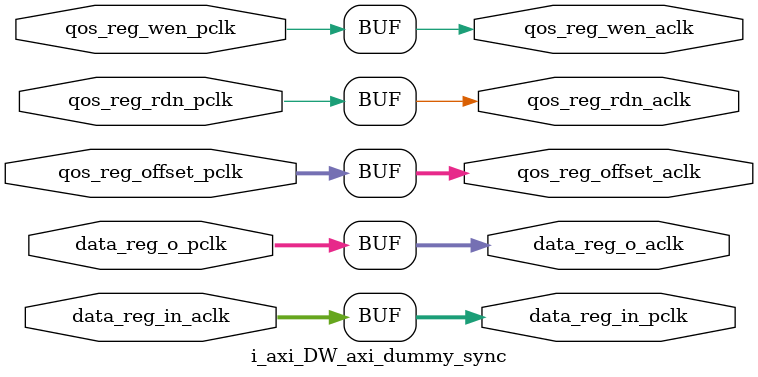
<source format=v>
/* ---------------------------------------------------------------------
**
// ------------------------------------------------------------------------------
// 
// Copyright 2001 - 2020 Synopsys, INC.
// 
// This Synopsys IP and all associated documentation are proprietary to
// Synopsys, Inc. and may only be used pursuant to the terms and conditions of a
// written license agreement with Synopsys, Inc. All other use, reproduction,
// modification, or distribution of the Synopsys IP or the associated
// documentation is strictly prohibited.
// 
// Component Name   : DW_axi
// Component Version: 4.04a
// Release Type     : GA
// ------------------------------------------------------------------------------

// 
// Release version :  4.04a
// File Version     :        $Revision: #4 $ 
// Revision: $Id: //dwh/DW_ocb/DW_axi/amba_dev/src/DW_axi_dummy_sync.v#4 $ 
**
** ---------------------------------------------------------------------
**
** File     : DW_axi_dummy_sync.v
//
//
** Created  : Thu Nov 17 13:27:47 MEST 2011
** Modified : $Date: 2020/03/22 $
** Abstract : Dummy module kept for CDC check purpose.
**            This module list all the signals corssing clock domain.
**            All the CDC signals are qualified by a qualifier (handshake mechanism)
**            hence synchronization is not required.
** ---------------------------------------------------------------------
*/

`include "DW_axi_all_includes.vh"

module i_axi_DW_axi_dummy_sync (
     data_reg_in_aclk,
     data_reg_o_pclk,
     qos_reg_wen_pclk,
     qos_reg_rdn_pclk,
     qos_reg_offset_pclk,
     data_reg_in_pclk,
     data_reg_o_aclk,
     qos_reg_wen_aclk,
     qos_reg_rdn_aclk,
     qos_reg_offset_aclk
     );

   //----------------------------------------------------
   //---Port declaraion-----------------
   //------------------------------------------------------
    input  [31:0]                     data_reg_in_aclk; // data reg 
    output [31:0]                     data_reg_o_aclk; 
    output                            qos_reg_wen_aclk; // qos register write enable 
    output                            qos_reg_rdn_aclk;  // qos register read enable
    output [7:0]                      qos_reg_offset_aclk; // qos registers offset
    output [31:0]                     data_reg_in_pclk; 
    input  [31:0]                     data_reg_o_pclk; 
    input                             qos_reg_wen_pclk; 
    input                             qos_reg_rdn_pclk; 
    input  [7:0]                      qos_reg_offset_pclk; 
         
   // ----------------------------------------------------------
   // -- local registers and wires
   // ----------------------------------------------------------
   //
     wire [31:0]                      data_reg_o_pclk; 
     wire                             qos_reg_wen_pclk; 
     wire [7:0]                       qos_reg_offset_pclk; 
     wire [31:0]                      data_reg_in_aclk; 
     
          
     assign data_reg_o_aclk      =  data_reg_o_pclk ;
     assign qos_reg_wen_aclk     =  qos_reg_wen_pclk ;
     assign qos_reg_rdn_aclk     =  qos_reg_rdn_pclk ;
     assign qos_reg_offset_aclk  =  qos_reg_offset_pclk ;
     assign data_reg_in_pclk     =  data_reg_in_aclk ;

    
                        
  endmodule

</source>
